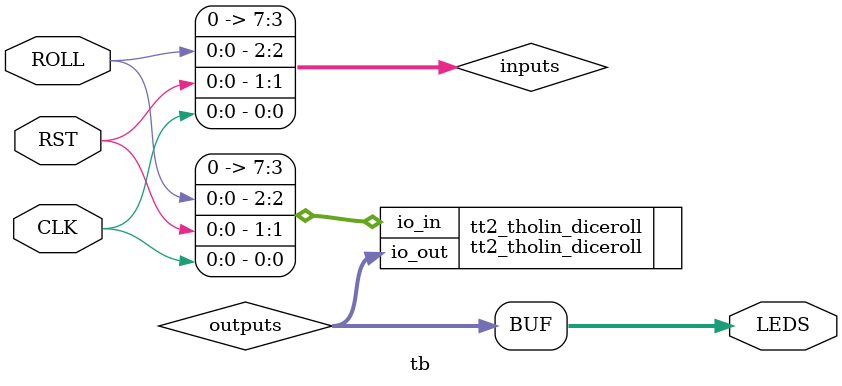
<source format=v>
`default_nettype none
`timescale 1ns/1ps

module tb (
	input CLK,
	input RST,
	input ROLL,
	output [7:0] LEDS
	);
	
	initial begin
		$dumpfile ("tb.vcd");
		$dumpvars (0, tb);
		#1;
	end
	
	wire [7:0] inputs = {ROLL, RST, CLK};
	wire [7:0] outputs;
	assign LEDS = outputs[7:0];
	
	tt2_tholin_diceroll tt2_tholin_diceroll (
		`ifdef GL_TEST
			.vccd1( 1'b1),
			.vssd1( 1'b0),
		`endif
		.io_in (inputs),
		.io_out (outputs)
	);
endmodule

</source>
